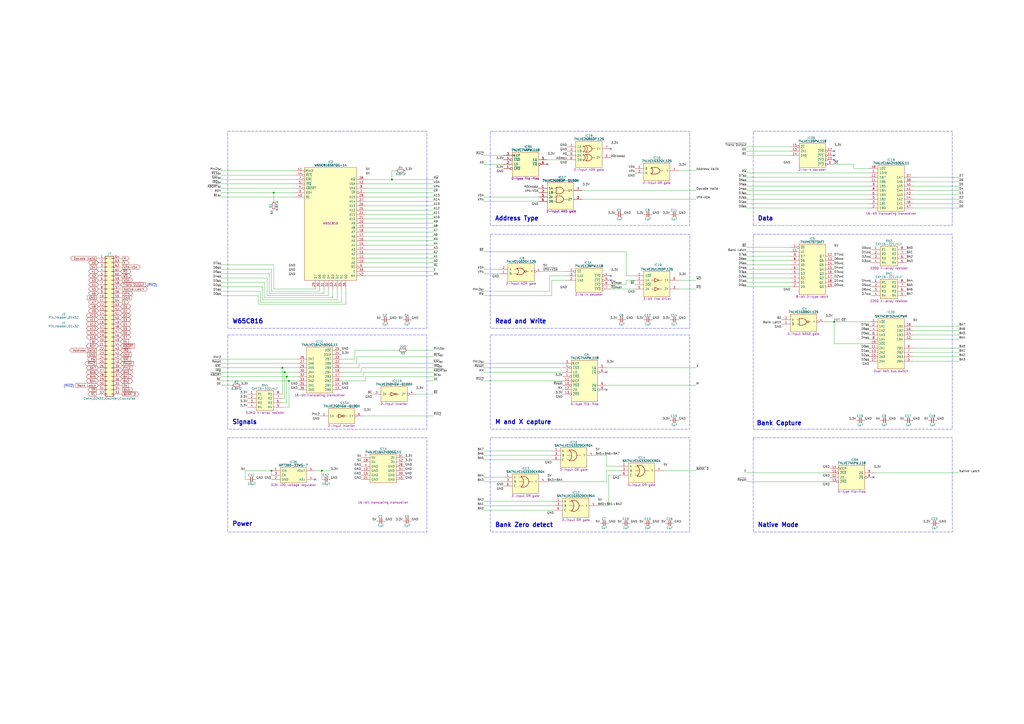
<source format=kicad_sch>
(kicad_sch (version 20231120) (generator "eeschema") (generator_version "8.0")
  (paper "A2")
  (title_block (title "HCP65 W65C816 Breakout") (date "2024-05-11") (rev "V2"))
  (junction (at 167.64 220.98))
  (junction (at 227.33 104.14))
  (junction (at 157.48 273.05))
  (junction (at 163.83 213.36))
  (junction (at 158.75 111.76))
  (junction (at 186.69 273.05))
  (junction (at 165.1 215.9))
  (junction (at 166.37 218.44))
  (junction (at 483.87 186.69))
  (no_connect (at 354.33 160.02))
  (no_connect (at 182.88 278.13))
  (no_connect (at 317.5 95.25))
  (no_connect (at 351.79 215.9))
  (no_connect (at 483.87 90.17))
  (no_connect (at 506.73 276.86))
  (no_connect (at 483.87 92.71))
  (no_connect (at 354.33 162.56))
  (no_connect (at 483.87 87.63))
  (no_connect (at 354.33 86.36))
  (no_connect (at 351.79 226.06))
  (wire (pts (xy 251.46 119.38) (xy 212.09 119.38)))
  (wire (pts (xy 363.22 162.56) (xy 368.3 162.56)))
  (wire (pts (xy 205.74 208.28) (xy 198.12 208.28)))
  (wire (pts (xy 251.46 154.94) (xy 212.09 154.94)))
  (wire (pts (xy 280.67 90.17) (xy 292.1 90.17)))
  (wire (pts (xy 185.42 168.91) (xy 157.48 168.91)))
  (wire (pts (xy 158.75 111.76) (xy 158.75 116.84)))
  (wire (pts (xy 182.88 273.05) (xy 186.69 273.05)))
  (wire (pts (xy 195.58 173.99) (xy 152.4 173.99)))
  (wire (pts (xy 128.27 213.36) (xy 163.83 213.36)))
  (wire (pts (xy 328.93 160.02) (xy 318.77 160.02)))
  (wire (pts (xy 166.37 218.44) (xy 172.72 218.44)))
  (wire (pts (xy 55.88 228.6) (xy 57.15 228.6)))
  (wire (pts (xy 403.86 162.56) (xy 393.7 162.56)))
  (wire (pts (xy 55.88 203.2) (xy 57.15 203.2)))
  (wire (pts (xy 280.67 114.3) (xy 312.42 114.3)))
  (wire (pts (xy 353.06 275.59) (xy 353.06 293.37)))
  (wire (pts (xy 433.07 120.65) (xy 504.19 120.65)))
  (wire (pts (xy 187.96 170.18) (xy 156.21 170.18)))
  (wire (pts (xy 251.46 121.92) (xy 212.09 121.92)))
  (wire (pts (xy 433.07 163.83) (xy 458.47 163.83)))
  (wire (pts (xy 280.67 156.21) (xy 289.56 156.21)))
  (wire (pts (xy 71.12 228.6) (xy 69.85 228.6)))
  (wire (pts (xy 187.96 167.64) (xy 187.96 170.18)))
  (wire (pts (xy 209.55 213.36) (xy 209.55 215.9)))
  (wire (pts (xy 251.46 144.78) (xy 212.09 144.78)))
  (wire (pts (xy 483.87 199.39) (xy 483.87 186.69)))
  (wire (pts (xy 403.86 99.06) (xy 393.7 99.06)))
  (wire (pts (xy 556.26 191.77) (xy 529.59 191.77)))
  (wire (pts (xy 167.64 220.98) (xy 172.72 220.98)))
  (wire (pts (xy 186.69 278.13) (xy 186.69 273.05)))
  (wire (pts (xy 55.88 226.06) (xy 57.15 226.06)))
  (wire (pts (xy 71.12 172.72) (xy 69.85 172.72)))
  (wire (pts (xy 403.86 273.05) (xy 384.81 273.05)))
  (wire (pts (xy 280.67 116.84) (xy 312.42 116.84)))
  (wire (pts (xy 495.3 95.25) (xy 483.87 95.25)))
  (wire (pts (xy 504.19 199.39) (xy 483.87 199.39)))
  (wire (pts (xy 207.01 207.01) (xy 251.46 207.01)))
  (wire (pts (xy 351.79 270.51) (xy 359.41 270.51)))
  (wire (pts (xy 556.26 209.55) (xy 529.59 209.55)))
  (wire (pts (xy 251.46 104.14) (xy 227.33 104.14)))
  (wire (pts (xy 163.83 236.22) (xy 167.64 236.22)))
  (wire (pts (xy 280.67 158.75) (xy 289.56 158.75)))
  (wire (pts (xy 433.07 100.33) (xy 504.19 100.33)))
  (wire (pts (xy 71.12 170.18) (xy 69.85 170.18)))
  (wire (pts (xy 433.07 279.4) (xy 481.33 279.4)))
  (wire (pts (xy 251.46 106.68) (xy 212.09 106.68)))
  (wire (pts (xy 55.88 172.72) (xy 57.15 172.72)))
  (wire (pts (xy 157.48 168.91) (xy 157.48 156.21)))
  (wire (pts (xy 251.46 157.48) (xy 212.09 157.48)))
  (wire (pts (xy 158.75 111.76) (xy 171.45 111.76)))
  (wire (pts (xy 55.88 210.82) (xy 57.15 210.82)))
  (wire (pts (xy 556.26 102.87) (xy 529.59 102.87)))
  (wire (pts (xy 251.46 139.7) (xy 212.09 139.7)))
  (wire (pts (xy 55.88 208.28) (xy 57.15 208.28)))
  (wire (pts (xy 151.13 168.91) (xy 151.13 175.26)))
  (wire (pts (xy 433.07 274.32) (xy 481.33 274.32)))
  (wire (pts (xy 208.28 213.36) (xy 198.12 213.36)))
  (wire (pts (xy 363.22 146.05) (xy 363.22 160.02)))
  (wire (pts (xy 128.27 223.52) (xy 134.62 223.52)))
  (wire (pts (xy 190.5 171.45) (xy 190.5 167.64)))
  (wire (pts (xy 128.27 114.3) (xy 171.45 114.3)))
  (wire (pts (xy 359.41 273.05) (xy 351.79 273.05)))
  (wire (pts (xy 251.46 114.3) (xy 212.09 114.3)))
  (wire (pts (xy 556.26 201.93) (xy 529.59 201.93)))
  (wire (pts (xy 156.21 170.18) (xy 156.21 158.75)))
  (wire (pts (xy 154.94 171.45) (xy 190.5 171.45)))
  (wire (pts (xy 280.67 171.45) (xy 320.04 171.45)))
  (wire (pts (xy 128.27 220.98) (xy 167.64 220.98)))
  (wire (pts (xy 317.5 92.71) (xy 328.93 92.71)))
  (wire (pts (xy 251.46 241.3) (xy 210.82 241.3)))
  (wire (pts (xy 354.33 167.64) (xy 368.3 167.64)))
  (wire (pts (xy 128.27 106.68) (xy 171.45 106.68)))
  (wire (pts (xy 128.27 99.06) (xy 171.45 99.06)))
  (wire (pts (xy 55.88 154.94) (xy 57.15 154.94)))
  (wire (pts (xy 433.07 156.21) (xy 458.47 156.21)))
  (wire (pts (xy 128.27 101.6) (xy 171.45 101.6)))
  (wire (pts (xy 403.86 213.36) (xy 351.79 213.36)))
  (wire (pts (xy 353.06 275.59) (xy 359.41 275.59)))
  (wire (pts (xy 165.1 231.14) (xy 165.1 215.9)))
  (wire (pts (xy 433.07 90.17) (xy 458.47 90.17)))
  (wire (pts (xy 251.46 132.08) (xy 212.09 132.08)))
  (wire (pts (xy 128.27 111.76) (xy 158.75 111.76)))
  (wire (pts (xy 363.22 165.1) (xy 363.22 162.56)))
  (wire (pts (xy 320.04 162.56) (xy 320.04 171.45)))
  (wire (pts (xy 251.46 215.9) (xy 210.82 215.9)))
  (wire (pts (xy 556.26 105.41) (xy 529.59 105.41)))
  (wire (pts (xy 495.3 97.79) (xy 495.3 95.25)))
  (wire (pts (xy 142.24 273.05) (xy 142.24 278.13)))
  (wire (pts (xy 280.67 210.82) (xy 326.39 210.82)))
  (wire (pts (xy 195.58 167.64) (xy 195.58 173.99)))
  (wire (pts (xy 433.07 110.49) (xy 504.19 110.49)))
  (wire (pts (xy 280.67 213.36) (xy 326.39 213.36)))
  (wire (pts (xy 251.46 147.32) (xy 212.09 147.32)))
  (wire (pts (xy 163.83 213.36) (xy 172.72 213.36)))
  (wire (pts (xy 151.13 175.26) (xy 198.12 175.26)))
  (wire (pts (xy 231.14 203.2) (xy 205.74 203.2)))
  (wire (pts (xy 71.12 223.52) (xy 69.85 223.52)))
  (wire (pts (xy 363.22 160.02) (xy 368.3 160.02)))
  (wire (pts (xy 163.83 233.68) (xy 166.37 233.68)))
  (wire (pts (xy 556.26 207.01) (xy 529.59 207.01)))
  (wire (pts (xy 163.83 213.36) (xy 163.83 228.6)))
  (wire (pts (xy 251.46 127) (xy 212.09 127)))
  (wire (pts (xy 128.27 104.14) (xy 171.45 104.14)))
  (wire (pts (xy 351.79 264.16) (xy 351.79 270.51)))
  (wire (pts (xy 280.67 261.62) (xy 320.04 261.62)))
  (wire (pts (xy 157.48 156.21) (xy 128.27 156.21)))
  (wire (pts (xy 128.27 109.22) (xy 171.45 109.22)))
  (wire (pts (xy 251.46 210.82) (xy 208.28 210.82)))
  (wire (pts (xy 433.07 87.63) (xy 458.47 87.63)))
  (wire (pts (xy 280.67 266.7) (xy 320.04 266.7)))
  (wire (pts (xy 280.67 295.91) (xy 321.31 295.91)))
  (wire (pts (xy 433.07 151.13) (xy 458.47 151.13)))
  (wire (pts (xy 433.07 166.37) (xy 458.47 166.37)))
  (wire (pts (xy 71.12 226.06) (xy 69.85 226.06)))
  (wire (pts (xy 156.21 158.75) (xy 128.27 158.75)))
  (wire (pts (xy 227.33 99.06) (xy 227.33 104.14)))
  (wire (pts (xy 200.66 167.64) (xy 200.66 176.53)))
  (wire (pts (xy 71.12 154.94) (xy 69.85 154.94)))
  (wire (pts (xy 251.46 124.46) (xy 212.09 124.46)))
  (wire (pts (xy 433.07 115.57) (xy 504.19 115.57)))
  (wire (pts (xy 351.79 273.05) (xy 351.79 279.4)))
  (wire (pts (xy 433.07 102.87) (xy 504.19 102.87)))
  (wire (pts (xy 251.46 149.86) (xy 212.09 149.86)))
  (wire (pts (xy 153.67 163.83) (xy 128.27 163.83)))
  (wire (pts (xy 345.44 264.16) (xy 351.79 264.16)))
  (wire (pts (xy 128.27 168.91) (xy 151.13 168.91)))
  (wire (pts (xy 128.27 208.28) (xy 172.72 208.28)))
  (wire (pts (xy 193.04 172.72) (xy 153.67 172.72)))
  (wire (pts (xy 142.24 278.13) (xy 143.51 278.13)))
  (wire (pts (xy 403.86 223.52) (xy 351.79 223.52)))
  (wire (pts (xy 280.67 95.25) (xy 292.1 95.25)))
  (wire (pts (xy 207.01 210.82) (xy 198.12 210.82)))
  (wire (pts (xy 328.93 162.56) (xy 320.04 162.56)))
  (wire (pts (xy 251.46 116.84) (xy 212.09 116.84)))
  (wire (pts (xy 433.07 85.09) (xy 458.47 85.09)))
  (wire (pts (xy 556.26 194.31) (xy 529.59 194.31)))
  (wire (pts (xy 318.77 160.02) (xy 318.77 168.91)))
  (wire (pts (xy 149.86 176.53) (xy 149.86 171.45)))
  (wire (pts (xy 198.12 175.26) (xy 198.12 167.64)))
  (wire (pts (xy 209.55 215.9) (xy 198.12 215.9)))
  (wire (pts (xy 556.26 274.32) (xy 506.73 274.32)))
  (wire (pts (xy 433.07 105.41) (xy 504.19 105.41)))
  (wire (pts (xy 280.67 264.16) (xy 320.04 264.16)))
  (wire (pts (xy 163.83 231.14) (xy 165.1 231.14)))
  (wire (pts (xy 556.26 113.03) (xy 529.59 113.03)))
  (wire (pts (xy 55.88 205.74) (xy 57.15 205.74)))
  (wire (pts (xy 556.26 118.11) (xy 529.59 118.11)))
  (wire (pts (xy 353.06 293.37) (xy 346.71 293.37)))
  (wire (pts (xy 280.67 168.91) (xy 318.77 168.91)))
  (wire (pts (xy 55.88 149.86) (xy 57.15 149.86)))
  (wire (pts (xy 165.1 215.9) (xy 172.72 215.9)))
  (wire (pts (xy 200.66 176.53) (xy 149.86 176.53)))
  (wire (pts (xy 227.33 104.14) (xy 212.09 104.14)))
  (wire (pts (xy 280.67 146.05) (xy 363.22 146.05)))
  (wire (pts (xy 212.09 220.98) (xy 198.12 220.98)))
  (wire (pts (xy 495.3 97.79) (xy 504.19 97.79)))
  (wire (pts (xy 157.48 273.05) (xy 157.48 275.59)))
  (wire (pts (xy 433.07 113.03) (xy 504.19 113.03)))
  (wire (pts (xy 556.26 204.47) (xy 529.59 204.47)))
  (wire (pts (xy 251.46 220.98) (xy 247.65 220.98)))
  (wire (pts (xy 251.46 111.76) (xy 212.09 111.76)))
  (wire (pts (xy 71.12 162.56) (xy 69.85 162.56)))
  (wire (pts (xy 280.67 215.9) (xy 326.39 215.9)))
  (wire (pts (xy 212.09 218.44) (xy 212.09 220.98)))
  (wire (pts (xy 556.26 120.65) (xy 529.59 120.65)))
  (wire (pts (xy 280.67 293.37) (xy 321.31 293.37)))
  (wire (pts (xy 185.42 167.64) (xy 185.42 168.91)))
  (wire (pts (xy 317.5 279.4) (xy 351.79 279.4)))
  (wire (pts (xy 403.86 167.64) (xy 393.7 167.64)))
  (wire (pts (xy 207.01 207.01) (xy 207.01 210.82)))
  (wire (pts (xy 433.07 143.51) (xy 458.47 143.51)))
  (wire (pts (xy 71.12 167.64) (xy 69.85 167.64)))
  (wire (pts (xy 556.26 189.23) (xy 529.59 189.23)))
  (wire (pts (xy 483.87 186.69) (xy 478.79 186.69)))
  (wire (pts (xy 71.12 149.86) (xy 69.85 149.86)))
  (wire (pts (xy 193.04 167.64) (xy 193.04 172.72)))
  (wire (pts (xy 556.26 115.57) (xy 529.59 115.57)))
  (wire (pts (xy 280.67 276.86) (xy 292.1 276.86)))
  (wire (pts (xy 251.46 218.44) (xy 212.09 218.44)))
  (wire (pts (xy 433.07 146.05) (xy 458.47 146.05)))
  (wire (pts (xy 166.37 218.44) (xy 166.37 233.68)))
  (wire (pts (xy 251.46 152.4) (xy 212.09 152.4)))
  (wire (pts (xy 158.75 167.64) (xy 158.75 153.67)))
  (wire (pts (xy 152.4 173.99) (xy 152.4 166.37)))
  (wire (pts (xy 433.07 158.75) (xy 458.47 158.75)))
  (wire (pts (xy 433.07 153.67) (xy 458.47 153.67)))
  (wire (pts (xy 433.07 148.59) (xy 458.47 148.59)))
  (wire (pts (xy 71.12 152.4) (xy 69.85 152.4)))
  (wire (pts (xy 556.26 107.95) (xy 529.59 107.95)))
  (wire (pts (xy 210.82 215.9) (xy 210.82 218.44)))
  (wire (pts (xy 251.46 213.36) (xy 209.55 213.36)))
  (wire (pts (xy 128.27 153.67) (xy 158.75 153.67)))
  (wire (pts (xy 251.46 129.54) (xy 212.09 129.54)))
  (wire (pts (xy 433.07 118.11) (xy 504.19 118.11)))
  (wire (pts (xy 433.07 161.29) (xy 458.47 161.29)))
  (wire (pts (xy 483.87 186.69) (xy 504.19 186.69)))
  (wire (pts (xy 149.86 171.45) (xy 128.27 171.45)))
  (wire (pts (xy 403.86 115.57) (xy 337.82 115.57)))
  (wire (pts (xy 229.87 99.06) (xy 227.33 99.06)))
  (wire (pts (xy 210.82 218.44) (xy 198.12 218.44)))
  (wire (pts (xy 142.24 273.05) (xy 157.48 273.05)))
  (wire (pts (xy 205.74 203.2) (xy 205.74 208.28)))
  (wire (pts (xy 128.27 161.29) (xy 154.94 161.29)))
  (wire (pts (xy 556.26 196.85) (xy 529.59 196.85)))
  (wire (pts (xy 280.67 290.83) (xy 321.31 290.83)))
  (wire (pts (xy 251.46 142.24) (xy 212.09 142.24)))
  (wire (pts (xy 251.46 160.02) (xy 212.09 160.02)))
  (wire (pts (xy 208.28 210.82) (xy 208.28 213.36)))
  (wire (pts (xy 280.67 279.4) (xy 292.1 279.4)))
  (wire (pts (xy 251.46 134.62) (xy 212.09 134.62)))
  (wire (pts (xy 128.27 210.82) (xy 172.72 210.82)))
  (wire (pts (xy 556.26 110.49) (xy 529.59 110.49)))
  (wire (pts (xy 128.27 218.44) (xy 166.37 218.44)))
  (wire (pts (xy 153.67 172.72) (xy 153.67 163.83)))
  (wire (pts (xy 251.46 137.16) (xy 212.09 137.16)))
  (wire (pts (xy 433.07 107.95) (xy 504.19 107.95)))
  (wire (pts (xy 403.86 110.49) (xy 337.82 110.49)))
  (wire (pts (xy 182.88 167.64) (xy 158.75 167.64)))
  (wire (pts (xy 128.27 215.9) (xy 165.1 215.9)))
  (wire (pts (xy 354.33 165.1) (xy 363.22 165.1)))
  (wire (pts (xy 236.22 203.2) (xy 251.46 203.2)))
  (wire (pts (xy 280.67 220.98) (xy 326.39 220.98)))
  (wire (pts (xy 152.4 166.37) (xy 128.27 166.37)))
  (wire (pts (xy 251.46 109.22) (xy 212.09 109.22)))
  (wire (pts (xy 167.64 236.22) (xy 167.64 220.98)))
  (wire (pts (xy 71.12 175.26) (xy 69.85 175.26)))
  (wire (pts (xy 154.94 161.29) (xy 154.94 171.45)))
  (wire (pts (xy 314.96 157.48) (xy 328.93 157.48)))
  (wire (pts (xy 251.46 228.6) (xy 241.3 228.6)))
  (wire (pts (xy 186.69 273.05) (xy 191.77 273.05)))
  (rectangle (start 284.48 135.89) (end 400.05 190.5) (stroke (width 0) (type dash)))
  (rectangle (start 284.48 254) (end 400.05 308.61) (stroke (width 0) (type dash)))
  (rectangle (start 132.08 194.31) (end 247.65 248.92) (stroke (width 0) (type dash)))
  (rectangle (start 284.48 194.31) (end 400.05 248.92) (stroke (width 0) (type dash)))
  (rectangle (start 132.08 76.2) (end 247.65 190.5) (stroke (width 0) (type dash)))
  (rectangle (start 132.08 254) (end 247.65 308.61) (stroke (width 0) (type dash)))
  (rectangle (start 436.88 135.89) (end 552.45 248.92) (stroke (width 0) (type dash)))
  (rectangle (start 436.88 76.2) (end 552.45 130.81) (stroke (width 0) (type dash)))
  (rectangle (start 436.88 254) (end 552.45 308.61) (stroke (width 0) (type dash)))
  (rectangle (start 284.48 76.2) (end 400.05 130.81) (stroke (width 0) (type dash)))
  (text "(~{PHI2})" (at 36.83 224.79 0) (effects (font (size 1.27 1.27)) (justify left bottom)))
  (text "Power" (at 134.62 305.435 0) (effects (font (size 2.54 2.54) (thickness 0.508) (bold yes)) (justify left bottom)))
  (text "Address Type" (at 287.02 128.27 0) (effects (font (size 2.54 2.54) (thickness 0.508) (bold yes)) (justify left bottom)))
  (text "Bank Capture" (at 438.785 247.015 0) (effects (font (size 2.54 2.54) (thickness 0.508) (bold yes)) (justify left bottom)))
  (text "Signals" (at 134.62 246.38 0) (effects (font (size 2.54 2.54) (thickness 0.508) (bold yes)) (justify left bottom)))
  (text "Read and Write" (at 287.02 187.96 0) (effects (font (size 2.54 2.54) (thickness 0.508) (bold yes)) (justify left bottom)))
  (text "Data" (at 439.42 128.27 0) (effects (font (size 2.54 2.54) (thickness 0.508) (bold yes)) (justify left bottom)))
  (text "(~{PHI2})" (at 85.09 166.37 0) (effects (font (size 1.27 1.27)) (justify left bottom)))
  (text "Bank Zero detect" (at 287.02 306.07 0) (effects (font (size 2.54 2.54) (thickness 0.508) (bold yes)) (justify left bottom)))
  (text "Native Mode" (at 439.42 306.07 0) (effects (font (size 2.54 2.54) (thickness 0.508) (bold yes)) (justify left bottom)))
  (text "W65C816" (at 134.62 187.96 0) (effects (font (size 2.54 2.54) (thickness 0.508) (bold yes)) (justify left bottom)))
  (text "M and X capture" (at 287.02 246.38 0) (effects (font (size 2.54 2.54) (thickness 0.508) (bold yes)) (justify left bottom)))
  (label "D1_{65}" (at 128.27 168.91 180))
  (label "5V" (at 209.55 267.97 180))
  (label "BA2" (at 525.78 149.86 0))
  (label "3.3V" (at 354.33 157.48 0))
  (label "BA6" (at 556.26 191.77 0))
  (label "BA0" (at 556.26 201.93 0))
  (label "A0" (at 251.46 152.4 0))
  (label "D6_{VHC}" (at 483.87 151.13 0))
  (label "5V" (at 317.5 276.86 0))
  (label "~{IRQ}" (at 128.27 215.9 180))
  (label "~{IRQ}_{5V}" (at 128.27 106.68 180))
  (label "R~{W}" (at 280.67 171.45 180))
  (label "5V" (at 158.75 121.92 270))
  (label "D6" (at 556.26 105.41 0))
  (label "5V" (at 209.55 265.43 180))
  (label "~{Reset}" (at 280.67 213.36 180))
  (label "GND" (at 198.12 226.06 0))
  (label "GND" (at 312.42 119.38 180))
  (label "FET ~{OE}" (at 483.87 186.69 0))
  (label "~{IRQ}_{5V}" (at 251.46 213.36 0))
  (label "~{NMI}" (at 128.27 213.36 180))
  (label "GND" (at 378.46 124.46 0))
  (label "BA2" (at 280.67 290.83 180))
  (label "~{BE}" (at 251.46 228.6 0))
  (label "Bank Latch" (at 433.07 146.05 180))
  (label "D4_{VHC}" (at 505.46 163.83 180))
  (label "Native Latch" (at 556.26 274.32 0))
  (label "BA0" (at 525.78 144.78 0))
  (label "GND" (at 515.62 243.84 0))
  (label "D6_{65}" (at 504.19 191.77 180))
  (label "A0_{CHANGE}" (at 312.42 109.22 180))
  (label "5V" (at 347.98 303.53 180))
  (label "~{WD}" (at 403.86 162.56 0))
  (label "GND" (at 393.7 243.84 0))
  (label "GND" (at 171.45 157.48 180))
  (label "D6_{65}" (at 433.07 151.13 180))
  (label "PHI2_{5V}" (at 280.67 168.91 180))
  (label "VPA" (at 251.46 109.22 0))
  (label "GND" (at 191.77 278.13 0))
  (label "D2_{65}" (at 128.27 166.37 180))
  (label "GND" (at 378.46 185.42 0))
  (label "BA1" (at 556.26 204.47 0))
  (label "~{PHI2}" (at 251.46 241.3 0))
  (label "GND" (at 209.55 270.51 180))
  (label "D1" (at 556.26 118.11 0))
  (label "GND" (at 328.93 85.09 180))
  (label "BA6" (at 280.67 264.16 180))
  (label "~{VP}" (at 251.46 111.76 0))
  (label "GND" (at 157.48 278.13 180))
  (label "D0_{65}" (at 433.07 120.65 180))
  (label "GND" (at 172.72 226.06 180))
  (label "D5_{65}" (at 433.07 153.67 180))
  (label "D0_{65}" (at 433.07 166.37 180))
  (label "D3" (at 556.26 113.03 0))
  (label "GND" (at 501.65 243.84 0))
  (label "~{ML}" (at 251.46 154.94 0))
  (label "GND" (at 544.83 303.53 0))
  (label "BA5" (at 556.26 194.31 0))
  (label "PHI2_{5V}" (at 280.67 210.82 180))
  (label "3.3V" (at 351.79 210.82 0))
  (label "GND" (at 328.93 95.25 180))
  (label "D7_{65}" (at 433.07 102.87 180))
  (label "3.3V" (at 506.73 271.78 0))
  (label "5V" (at 360.68 303.53 180))
  (label "BA6" (at 525.78 168.91 0))
  (label "3.3V" (at 143.51 231.14 180))
  (label "D4_{VHC}" (at 483.87 156.21 0))
  (label "D4_{65}" (at 433.07 156.21 180))
  (label "D1_{65}" (at 433.07 118.11 180))
  (label "GND" (at 238.76 302.26 0))
  (label "A0" (at 328.93 90.17 180))
  (label "~{ABORT}_{5V}" (at 128.27 109.22 180))
  (label "5V" (at 529.59 186.69 0))
  (label "3.3V" (at 241.3 226.06 0))
  (label "3.3V" (at 483.87 85.09 0))
  (label "GND" (at 198.12 223.52 0))
  (label "3.3V" (at 233.68 302.26 180))
  (label "D0_{VHC}" (at 505.46 144.78 180))
  (label "GND" (at 365.76 303.53 0))
  (label "X" (at 403.86 213.36 0))
  (label "GND" (at 363.22 185.42 0))
  (label "D6_{65}" (at 433.07 105.41 180))
  (label "D2_{VHC}" (at 505.46 149.86 180))
  (label "5V" (at 386.08 303.53 180))
  (label "D7_{VHC}" (at 483.87 148.59 0))
  (label "BA3" (at 525.78 152.4 0))
  (label "~{Reset}" (at 326.39 223.52 180))
  (label "5V" (at 346.71 290.83 0))
  (label "GND" (at 234.95 273.05 0))
  (label "D2_{VHC}" (at 483.87 161.29 0))
  (label "BA4" (at 556.26 196.85 0))
  (label "D6_{VHC}" (at 505.46 168.91 180))
  (label "A7" (at 251.46 134.62 0))
  (label "D5_{VHC}" (at 483.87 153.67 0))
  (label "BE" (at 453.39 185.42 180))
  (label "GND" (at 458.47 168.91 180))
  (label "GND" (at 171.45 160.02 180))
  (label "5V" (at 524.51 243.84 180))
  (label "RDY" (at 128.27 111.76 180))
  (label "A8" (at 251.46 132.08 0))
  (label "GND" (at 209.55 275.59 180))
  (label "BA7" (at 556.26 189.23 0))
  (label "D3_{VHC}" (at 505.46 152.4 180))
  (label "D1_{VHC}" (at 505.46 147.32 180))
  (label "5V" (at 142.24 273.05 180))
  (label "3.3V" (at 388.62 185.42 180))
  (label "MX" (at 251.46 160.02 0))
  (label "D0" (at 556.26 120.65 0))
  (label "D0_{65}" (at 504.19 201.93 180))
  (label "VPA" (at 368.3 100.33 180))
  (label "3.3V" (at 539.75 303.53 180))
  (label "3.3V" (at 317.5 90.17 0))
  (label "PHI2_{5V}" (at 128.27 99.06 180))
  (label "M" (at 403.86 223.52 0))
  (label "R~{W}" (at 433.07 100.33 180))
  (label "GND" (at 198.12 203.2 0))
  (label "D7_{VHC}" (at 505.46 171.45 180))
  (label "GND" (at 238.76 185.42 0))
  (label "GND" (at 292.1 284.48 180))
  (label "3.3V" (at 234.95 99.06 0))
  (label "GND" (at 209.55 278.13 180))
  (label "D3_{VHC}" (at 483.87 158.75 0))
  (label "5V" (at 510.54 243.84 180))
  (label "D0_{65}" (at 128.27 171.45 180))
  (label "VDA" (at 368.3 97.79 180))
  (label "5V" (at 483.87 143.51 0))
  (label "BE" (at 433.07 90.17 180))
  (label "D7_{65}" (at 433.07 148.59 180))
  (label "D7_{65}" (at 128.27 153.67 180))
  (label "GND" (at 368.3 170.18 180))
  (label "3.3V" (at 326.39 218.44 180))
  (label "GND" (at 185.42 243.84 180))
  (label "3.3V" (at 234.95 265.43 0))
  (label "A14" (at 251.46 116.84 0))
  (label "D4_{65}" (at 128.27 161.29 180))
  (label "BA4" (at 280.67 276.86 180))
  (label "GND" (at 393.7 124.46 0))
  (label "BA3+BA4" (at 317.5 279.4 0))
  (label "3.3V" (at 393.7 160.02 0))
  (label "D6_{65}" (at 128.27 156.21 180))
  (label "D4" (at 556.26 110.49 0))
  (label "R~{W}" (at 251.46 104.14 0))
  (label "5V" (at 212.09 101.6 0))
  (label "3.3V" (at 191.77 273.05 0))
  (label "D4_{65}" (at 433.07 110.49 180))
  (label "~{BE}" (at 368.3 165.1 180))
  (label "~{NMI}_{5V}" (at 128.27 104.14 180))
  (label "~{PHI2}" (at 280.67 220.98 180))
  (label "BE" (at 215.9 228.6 180))
  (label "D2_{65}" (at 504.19 207.01 180))
  (label "BA5" (at 525.78 166.37 0))
  (label "A1" (at 251.46 149.86 0))
  (label "~{PHI2}" (at 280.67 90.17 180))
  (label "3.3V" (at 388.62 124.46 180))
  (label "~{RD}_{PART}" (at 354.33 167.64 0))
  (label "GND" (at 321.31 298.45 180))
  (label "BA1" (at 525.78 147.32 0))
  (label "5V" (at 314.96 154.94 0))
  (label "GND" (at 209.55 273.05 180))
  (label "3.3V" (at 326.39 228.6 180))
  (label "GND" (at 292.1 100.33 180))
  (label "D0_{VHC}" (at 483.87 166.37 0))
  (label "BA2" (at 556.26 207.01 0))
  (label "VPA" (at 280.67 116.84 180))
  (label "E" (at 251.46 157.48 0))
  (label "GND" (at 292.1 281.94 180))
  (label "GND" (at 481.33 271.78 180))
  (label "~{ABORT}" (at 128.27 218.44 180))
  (label "3.3V" (at 358.14 185.42 180))
  (label "VDA" (at 251.46 106.68 0))
  (label "D2_{65}" (at 433.07 161.29 180))
  (label "Address Valid" (at 403.86 99.06 0))
  (label "~{BE}" (at 433.07 143.51 180))
  (label "~{ABORT}_{5V}" (at 251.46 215.9 0))
  (label "BA4" (at 525.78 163.83 0))
  (label "A0_{CHANGE}" (at 354.33 91.44 0))
  (label "PHI2" (at 128.27 208.28 180))
  (label "MX" (at 326.39 226.06 180))
  (label "GND" (at 234.95 278.13 0))
  (label "GND" (at 223.52 302.26 0))
  (label "GND" (at 504.19 212.09 180))
  (label "GND" (at 328.93 87.63 180))
  (label "D3_{65}" (at 128.27 163.83 180))
  (label "3.3V" (at 373.38 124.46 180))
  (label "A13" (at 251.46 119.38 0))
  (label "GND" (at 215.9 231.14 180))
  (label "D3_{65}" (at 504.19 209.55 180))
  (label "GND" (at 543.56 243.84 0))
  (label "5V" (at 233.68 185.42 180))
  (label "A4" (at 251.46 142.24 0))
  (label "BA3" (at 280.67 279.4 180))
  (label "GND" (at 172.72 223.52 180))
  (label "BA0+BA1+BA2" (at 346.71 293.37 0))
  (label "GND" (at 368.3 102.87 180))
  (label "3.3V" (at 356.87 124.46 180))
  (label "GND" (at 378.46 303.53 0))
  (label "5V" (at 373.38 303.53 180))
  (label "3.3V" (at 143.51 228.6 180))
  (label "D7" (at 556.26 102.87 0))
  (label "5V" (at 212.09 99.06 0))
  (label "MX" (at 280.67 215.9 180))
  (label "GND" (at 481.33 276.86 180))
  (label "A15" (at 251.46 114.3 0))
  (label "D2" (at 556.26 115.57 0))
  (label "~{BE}" (at 280.67 146.05 180))
  (label "GND" (at 481.33 281.94 180))
  (label "BA5+BA6+BA7" (at 345.44 264.16 0))
  (label "GND" (at 458.47 95.25 180))
  (label "3.3V" (at 143.51 233.68 180))
  (label "GND" (at 226.06 185.42 0))
  (label "3.3V" (at 210.82 238.76 0))
  (label "~{RES}_{5V}" (at 128.27 101.6 180))
  (label "3.3V" (at 198.12 205.74 0))
  (label "~{RES}_{5V}" (at 251.46 207.01 0))
  (label "BA7" (at 280.67 261.62 180))
  (label "VPA·VDA" (at 403.86 115.57 0))
  (label "BA3" (at 556.26 209.55 0))
  (label "D1_{VHC}" (at 483.87 163.83 0))
  (label "3.3V" (at 354.33 83.82 0))
  (label "GND" (at 171.45 154.94 180))
  (label "3.3V" (at 143.51 236.22 180))
  (label "A0" (at 280.67 95.25 180))
  (label "3.3V" (at 292.1 97.79 180))
  (label "D5_{VHC}" (at 505.46 166.37 180))
  (label "E" (at 433.07 274.32 180))
  (label "VDA" (at 280.67 156.21 180))
  (label "GND" (at 353.06 303.53 0))
  (label "VDA" (at 280.67 114.3 180))
  (label "VPA" (at 280.67 158.75 180))
  (label "DE" (at 128.27 223.52 180))
  (label "D7_{65}" (at 504.19 189.23 180))
  (label "D1_{65}" (at 504.19 204.47 180))
  (label "PHI2_{5V}" (at 251.46 203.2 0))
  (label "GND" (at 529.59 243.84 0))
  (label "GND" (at 359.41 278.13 180))
  (label "3.3V" (at 373.38 185.42 180))
  (label "GND" (at 393.7 185.42 0))
  (label "3.3V" (at 292.1 92.71 180))
  (label "3.3V" (at 234.95 267.97 0))
  (label "3.3V" (at 388.62 243.84 180))
  (label "BA1" (at 280.67 293.37 180))
  (label "GND" (at 328.93 167.64 180))
  (label "3.3V" (at 393.7 96.52 0))
  (label "A3" (at 251.46 144.78 0))
  (label "5V" (at 220.98 185.42 180))
  (label "D3_{65}" (at 433.07 158.75 180))
  (label "BE" (at 128.27 220.98 180))
  (label "BE_{5V}" (at 128.27 114.3 180))
  (label "D5_{65}" (at 433.07 107.95 180))
  (label "D5_{65}" (at 504.19 194.31 180))
  (label "PHI2" (at 185.42 241.3 180))
  (label "~{VPA+VDA}" (at 314.96 157.48 0))
  (label "~{WD}_{PART}" (at 354.33 165.1 0))
  (label "~{Reset}" (at 433.07 279.4 180))
  (label "DE" (at 433.07 87.63 180))
  (label "~{Trans Output}" (at 433.07 85.09 180))
  (label "5V" (at 218.44 302.26 180))
  (label "GND" (at 391.16 303.53 0))
  (label "A2" (at 251.46 147.32 0))
  (label "BA0" (at 280.67 295.91 180))
  (label "A11" (at 251.46 124.46 0))
  (label "DE" (at 251.46 220.98 0))
  (label "GND" (at 320.04 269.24 180))
  (label "3.3V" (at 337.82 107.95 0))
  (label "Bank Latch" (at 453.39 187.96 180))
  (label "GND" (at 361.95 124.46 0))
  (label "3.3V" (at 139.7 223.52 0))
  (label "GND" (at 326.39 231.14 180))
  (label "D5" (at 556.26 107.95 0))
  (label "5V" (at 384.81 270.51 0))
  (label "D2_{65}" (at 433.07 115.57 180))
  (label "3.3V" (at 478.79 184.15 0))
  (label "GND" (at 289.56 161.29 180))
  (label "A5" (at 251.46 139.7 0))
  (label "A12" (at 251.46 121.92 0))
  (label "GND" (at 234.95 270.51 0))
  (label "5V" (at 538.48 243.84 180))
  (label "~{DE}" (at 483.87 95.25 0))
  (label "GND" (at 453.39 190.5 180))
  (label "A9" (at 251.46 129.54 0))
  (label "3.3V" (at 496.57 243.84 180))
  (label "GND" (at 234.95 275.59 0))
  (label "~{NMI}_{5V}" (at 251.46 210.82 0))
  (label "D5_{65}" (at 128.27 158.75 180))
  (label "VPA·VDA" (at 312.42 111.76 180))
  (label "BA5" (at 280.67 266.7 180))
  (label "A10" (at 251.46 127 0))
  (label "~{Reset}" (at 128.27 210.82 180))
  (label "~{BANK 0}" (at 403.86 273.05 0))
  (label "D1_{65}" (at 433.07 163.83 180))
  (label "BA7" (at 525.78 171.45 0))
  (label "A0_{PREV}" (at 328.93 92.71 180))
  (label "D4_{65}" (at 504.19 196.85 180))
  (label "~{RD}" (at 403.86 167.64 0))
  (label "GND" (at 148.59 278.13 0))
  (label "Opcode Valid" (at 403.86 110.49 0))
  (label "5V" (at 345.44 261.62 0))
  (label "D3_{65}" (at 433.07 113.03 180))
  (label "A6" (at 251.46 137.16 0))
  (label "BE_{5V}" (at 251.46 218.44 0))
  (global_label "D3" (shape tri_state) (at 69.85 185.42 0) (property "Intersheetrefs" "${INTERSHEET_REFS}" (effects (hide yes))))
  (global_label "E" (shape output) (at 71.12 175.26 0) (property "Intersheetrefs" "${INTERSHEET_REFS}" (effects (hide yes))))
  (global_label "A10" (shape tri_state) (at 57.15 182.88 180) (property "Intersheetrefs" "${INTERSHEET_REFS}" (effects (hide yes))))
  (global_label "A13" (shape tri_state) (at 57.15 190.5 180) (property "Intersheetrefs" "${INTERSHEET_REFS}" (effects (hide yes))))
  (global_label "5V" (shape passive) (at 55.88 154.94 180) (property "Intersheetrefs" "${INTERSHEET_REFS}" (effects (hide yes))))
  (global_label "D6" (shape tri_state) (at 69.85 193.04 0) (property "Intersheetrefs" "${INTERSHEET_REFS}" (effects (hide yes))))
  (global_label "D5" (shape tri_state) (at 69.85 190.5 0) (property "Intersheetrefs" "${INTERSHEET_REFS}" (effects (hide yes))))
  (global_label "VPA·VDA" (shape output) (at 71.12 154.94 0) (property "Intersheetrefs" "${INTERSHEET_REFS}" (effects (hide yes))))
  (global_label "A6" (shape tri_state) (at 57.15 170.18 180) (property "Intersheetrefs" "${INTERSHEET_REFS}" (effects (hide yes))))
  (global_label "BA3" (shape output) (at 71.12 226.06 0) (property "Intersheetrefs" "${INTERSHEET_REFS}" (effects (hide yes))))
  (global_label "Opcode Valid" (shape output) (at 55.88 149.86 180) (property "Intersheetrefs" "${INTERSHEET_REFS}" (effects (hide yes))))
  (global_label "DE" (shape input) (at 69.85 198.12 0) (property "Intersheetrefs" "${INTERSHEET_REFS}" (effects (hide yes))))
  (global_label "~{ABORT}" (shape input) (at 69.85 200.66 0) (property "Intersheetrefs" "${INTERSHEET_REFS}" (effects (hide yes))))
  (global_label "GND" (shape input) (at 69.85 205.74 0) (property "Intersheetrefs" "${INTERSHEET_REFS}" (effects (hide yes))))
  (global_label "Address Valid" (shape output) (at 55.88 203.2 180) (property "Intersheetrefs" "${INTERSHEET_REFS}" (effects (hide yes))))
  (global_label "A14" (shape tri_state) (at 57.15 193.04 180) (property "Intersheetrefs" "${INTERSHEET_REFS}" (effects (hide yes))))
  (global_label "BA1" (shape tri_state) (at 69.85 218.44 0) (property "Intersheetrefs" "${INTERSHEET_REFS}" (effects (hide yes))))
  (global_label "~{NMI}" (shape input) (at 69.85 208.28 0) (property "Intersheetrefs" "${INTERSHEET_REFS}" (effects (hide yes))))
  (global_label "M" (shape output) (at 71.12 149.86 0) (property "Intersheetrefs" "${INTERSHEET_REFS}" (effects (hide yes))))
  (global_label "GND" (shape passive) (at 55.88 205.74 180) (property "Intersheetrefs" "${INTERSHEET_REFS}" (effects (hide yes))))
  (global_label "BA2" (shape tri_state) (at 69.85 220.98 0) (property "Intersheetrefs" "${INTERSHEET_REFS}" (effects (hide yes))))
  (global_label "PHI2" (shape input) (at 69.85 213.36 0) (property "Intersheetrefs" "${INTERSHEET_REFS}" (effects (hide yes))))
  (global_label "A15" (shape tri_state) (at 57.15 195.58 180) (property "Intersheetrefs" "${INTERSHEET_REFS}" (effects (hide yes))))
  (global_label "A12" (shape tri_state) (at 57.15 187.96 180) (property "Intersheetrefs" "${INTERSHEET_REFS}" (effects (hide yes))))
  (global_label "~{VP}" (shape output) (at 55.88 226.06 180) (property "Intersheetrefs" "${INTERSHEET_REFS}" (effects (hide yes))))
  (global_label "BA5" (shape tri_state) (at 57.15 218.44 180) (property "Intersheetrefs" "${INTERSHEET_REFS}" (effects (hide yes))))
  (global_label "A8" (shape tri_state) (at 57.15 177.8 180) (property "Intersheetrefs" "${INTERSHEET_REFS}" (effects (hide yes))))
  (global_label "BA4" (shape tri_state) (at 57.15 220.98 180) (property "Intersheetrefs" "${INTERSHEET_REFS}" (effects (hide yes))))
  (global_label "BE" (shape input) (at 57.15 198.12 180) (property "Intersheetrefs" "${INTERSHEET_REFS}" (effects (hide yes))))
  (global_label "D4" (shape tri_state) (at 69.85 187.96 0) (property "Intersheetrefs" "${INTERSHEET_REFS}" (effects (hide yes))))
  (global_label "~{IRQ}" (shape input) (at 69.85 203.2 0) (property "Intersheetrefs" "${INTERSHEET_REFS}" (effects (hide yes))))
  (global_label "5V" (shape passive) (at 71.12 223.52 0) (property "Intersheetrefs" "${INTERSHEET_REFS}" (effects (hide yes))))
  (global_label "~{WD}" (shape tri_state) (at 69.85 160.02 0) (property "Intersheetrefs" "${INTERSHEET_REFS}" (effects (hide yes))))
  (global_label "RDY" (shape bidirectional) (at 57.15 200.66 180) (property "Intersheetrefs" "${INTERSHEET_REFS}" (effects (hide yes))))
  (global_label "Bank Latch" (shape input) (at 57.15 223.52 180) (property "Intersheetrefs" "${INTERSHEET_REFS}" (effects (hide yes))))
  (global_label "VPA" (shape output) (at 71.12 170.18 0) (property "Intersheetrefs" "${INTERSHEET_REFS}" (effects (hide yes))))
  (global_label "A0" (shape tri_state) (at 57.15 152.4 180) (property "Intersheetrefs" "${INTERSHEET_REFS}" (effects (hide yes))))
  (global_label "D1" (shape tri_state) (at 69.85 180.34 0) (property "Intersheetrefs" "${INTERSHEET_REFS}" (effects (hide yes))))
  (global_label "~{Reset}" (shape input) (at 69.85 210.82 0) (property "Intersheetrefs" "${INTERSHEET_REFS}" (effects (hide yes))))
  (global_label "BA0" (shape tri_state) (at 69.85 215.9 0) (property "Intersheetrefs" "${INTERSHEET_REFS}" (effects (hide yes))))
  (global_label "A7" (shape tri_state) (at 57.15 175.26 180) (property "Intersheetrefs" "${INTERSHEET_REFS}" (effects (hide yes))))
  (global_label "GND" (shape passive) (at 55.88 172.72 180) (property "Intersheetrefs" "${INTERSHEET_REFS}" (effects (hide yes))))
  (global_label "VDA" (shape output) (at 71.12 162.56 0) (property "Intersheetrefs" "${INTERSHEET_REFS}" (effects (hide yes))))
  (global_label "A2" (shape tri_state) (at 57.15 160.02 180) (property "Intersheetrefs" "${INTERSHEET_REFS}" (effects (hide yes))))
  (global_label "~{BANK 0}" (shape output) (at 71.12 228.6 0) (property "Intersheetrefs" "${INTERSHEET_REFS}" (effects (hide yes))))
  (global_label "GND" (shape passive) (at 71.12 172.72 0) (property "Intersheetrefs" "${INTERSHEET_REFS}" (effects (hide yes))))
  (global_label "BA7" (shape tri_state) (at 57.15 213.36 180) (property "Intersheetrefs" "${INTERSHEET_REFS}" (effects (hide yes))))
  (global_label "D7" (shape tri_state) (at 69.85 195.58 0) (property "Intersheetrefs" "${INTERSHEET_REFS}" (effects (hide yes))))
  (global_label "~{ML}" (shape output) (at 55.88 228.6 180) (property "Intersheetrefs" "${INTERSHEET_REFS}" (effects (hide yes))))
  (global_label "~{RD}" (shape tri_state) (at 69.85 157.48 0) (property "Intersheetrefs" "${INTERSHEET_REFS}" (effects (hide yes))))
  (global_label "X" (shape output) (at 71.12 152.4 0) (property "Intersheetrefs" "${INTERSHEET_REFS}" (effects (hide yes))))
  (global_label "D0" (shape tri_state) (at 69.85 177.8 0) (property "Intersheetrefs" "${INTERSHEET_REFS}" (effects (hide yes))))
  (global_label "D2" (shape tri_state) (at 69.85 182.88 0) (property "Intersheetrefs" "${INTERSHEET_REFS}" (effects (hide yes))))
  (global_label "Native Latch" (shape output) (at 71.12 167.64 0) (property "Intersheetrefs" "${INTERSHEET_REFS}" (effects (hide yes))))
  (global_label "A4" (shape tri_state) (at 57.15 165.1 180) (property "Intersheetrefs" "${INTERSHEET_REFS}" (effects (hide yes))))
  (global_label "A3" (shape tri_state) (at 57.15 162.56 180) (property "Intersheetrefs" "${INTERSHEET_REFS}" (effects (hide yes))))
  (global_label "R~{W}" (shape output) (at 55.88 208.28 180) (property "Intersheetrefs" "${INTERSHEET_REFS}" (effects (hide yes))))
  (global_label "BA6" (shape tri_state) (at 57.15 215.9 180) (property "Intersheetrefs" "${INTERSHEET_REFS}" (effects (hide yes))))
  (global_label "A1" (shape tri_state) (at 57.15 157.48 180) (property "Intersheetrefs" "${INTERSHEET_REFS}" (effects (hide yes))))
  (global_label "~{Trans Output}" (shape input) (at 69.85 165.1 0) (property "Intersheetrefs" "${INTERSHEET_REFS}" (effects (hide yes))))
  (global_label "A9" (shape tri_state) (at 57.15 180.34 180) (property "Intersheetrefs" "${INTERSHEET_REFS}" (effects (hide yes))))
  (global_label "A11" (shape tri_state) (at 57.15 185.42 180) (property "Intersheetrefs" "${INTERSHEET_REFS}" (effects (hide yes))))
  (global_label "A5" (shape tri_state) (at 57.15 167.64 180) (property "Intersheetrefs" "${INTERSHEET_REFS}" (effects (hide yes))))
  (global_label "~{PHI2}" (shape output) (at 55.88 210.82 180) (property "Intersheetrefs" "${INTERSHEET_REFS}" (effects (hide yes))))
  (symbol (lib_id "Nexperia:74LVC2G125DP,125") (at 368.3 160.02 0) (unit 1)
    (property "Reference" "IC19" (at 381.635 153.67 0))
    (property "Value" "74LVC2G125DP,125" (at 381 156.21 0) (effects (font (bold yes))))
    (property "Footprint" "SamacSys_Parts:SOP65P400X110-8N" (effects (hide yes)))
    (property "Datasheet" "https://assets.nexperia.com/documents/data-sheet/74LVC2G125.pdf" (effects (hide yes)))
    (property "Description" "2-bit line driver " (at 381.635 173.355 0))
    (property "Height" "1.1" (effects (hide yes)))
    (property "Manufacturer_Name" "Nexperia" (effects (hide yes)))
    (property "Manufacturer_Part_Number" "74LVC2G125DP,125" (effects (hide yes)))
    (property "Mouser Part Number" "771-LVC2G125DP125" (effects (hide yes)))
    (property "Mouser Price/Stock" "https://www.mouser.co.uk/ProductDetail/Nexperia/74LVC2G125DP125?qs=me8TqzrmIYUA1Nb4TD%252BwFw%3D%3D" (effects (hide yes)))
    (property "Silkscreen" "'2G125" (effects (hide yes)))
    (property "Garbage" "NXP 74LVC2G125DP,125, Dual Non-Inverting 3-State Buffer, 1.65  5.5 V, 8-Pin TSSOP" (effects (hide yes)))
  )
  (symbol (lib_id "HCP65:Pin_Header_01x32") (at 36.83 182.88 0) (mirror y) (unit 1)
    (property "Reference" "J2" (at 36.83 182.245 0))
    (property "Value" "Pin_Header_01x32" (at 36.83 184.15 0))
    (property "Footprint" "SamacSys_Parts:PinHeader_1x32_P2.54mm_Vertical" (effects (hide yes)))
  )
  (symbol (lib_id "Nexperia:74LVC139PW,118_Multi") (at 458.47 85.09 0) (unit 2)
    (property "Reference" "IC3" (at 470.535 80.01 0))
    (property "Value" "74LVC139PW,118" (at 471.17 81.915 0) (effects (font (bold yes))))
    (property "Footprint" "SamacSys_Parts:SOP65P640X110-16N" (effects (hide yes)))
    (property "Description" "2-to-4 decoder" (at 471.17 98.425 0))
    (property "Silkscreen" "74LVC139" (effects (hide yes)))
  )
  (symbol (lib_id "Bourns:CAY16-221J4LF") (at 505.46 163.83 0) (unit 1)
    (property "Reference" "RN1" (at 515.62 158.75 0))
    (property "Value" "CAY16-221J4LF" (at 515.62 160.655 0))
    (property "Footprint" "SamacSys_Parts:CAY16-F4" (effects (hide yes)))
    (property "Datasheet" "https://www.bourns.com/docs/Product-Datasheets/CATCAY.pdf" (effects (hide yes)))
    (property "Description" "220Ω 4-array resistor" (at 515.62 174.625 0))
    (property "Height" "0.6" (effects (hide yes)))
    (property "Manufacturer_Name" "Bourns" (effects (hide yes)))
    (property "Manufacturer_Part_Number" "CAY16-221J4LF" (effects (hide yes)))
    (property "Mouser Part Number" "652-CAY16-221J4LF" (effects (hide yes)))
    (property "Mouser Price/Stock" "https://www.mouser.co.uk/ProductDetail/Bourns/CAY16-221J4LF?qs=BKfsZh40Pd9sAo64tUrb9Q%3D%3D" (effects (hide yes)))
    (property "Arrow Part Number" "CAY16-221J4LF" (effects (hide yes)))
    (property "Arrow Price/Stock" "https://www.arrow.com/en/products/cay16-221j4lf/bourns?region=nac" (effects (hide yes)))
    (property "Silkscreen" "220Ω" (effects (hide yes)))
    (property "Garbage" "Bourns CAY16 Series 220 +/-5% Isolated SMT Resistor Array, 4 Resistors, 0.25W total 1206 (3216M) package Convex" (effects (hide yes)))
  )
  (symbol (lib_id "HCP65:C_0805") (at 186.69 278.13 0) (unit 1)
    (property "Reference" "C42" (at 188.976 275.59 0))
    (property "Value" "10μF" (at 189.23 280.67 0))
    (property "Footprint" "SamacSys_Parts:C_0805" (effects (hide yes)))
    (property "Garbage" "Unpolarized capacitor, small symbol" (effects (hide yes)))
  )
  (symbol (lib_id "HCP65:C_0805") (at 233.68 185.42 0) (unit 1)
    (property "Reference" "C4" (at 235.966 182.88 0))
    (property "Value" "1μF" (at 236.22 187.96 0))
    (property "Footprint" "SamacSys_Parts:C_0805" (effects (hide yes)))
    (property "Garbage" "Unpolarized capacitor, small symbol" (effects (hide yes)))
  )
  (symbol (lib_id "HCP65:C_0805") (at 360.68 303.53 0) (unit 1)
    (property "Reference" "C10" (at 362.966 300.99 0))
    (property "Value" "1μF" (at 363.22 306.07 0))
    (property "Footprint" "SamacSys_Parts:C_0805" (effects (hide yes)))
    (property "Garbage" "Unpolarized capacitor, small symbol" (effects (hide yes)))
  )
  (symbol (lib_id "Nexperia:74LVC1G00GV,125") (at 453.39 185.42 0) (unit 1)
    (property "Reference" "IC4" (at 464.82 179.07 0) (effects (justify left)))
    (property "Value" "74LVC1G00GV,125" (at 457.2 180.975 0) (effects (font (bold yes)) (justify left)))
    (property "Footprint" "SamacSys_Parts:SOT95P275X110-5N" (effects (hide yes)))
    (property "Datasheet" "https://assets.nexperia.com/documents/data-sheet/74LVC1G00.pdf" (effects (hide yes)))
    (property "Description" "2-Input NAND gate" (at 466.09 193.675 0))
    (property "Height" "1.1" (effects (hide yes)))
    (property "Mouser Part Number" "771-LVC1G00GV125" (effects (hide yes)))
    (property "Mouser Price/Stock" "https://www.mouser.co.uk/ProductDetail/Nexperia/74LVC1G00GV125?qs=me8TqzrmIYUdcQ5DZJlNiw%3D%3D" (effects (hide yes)))
    (property "Manufacturer_Name" "Nexperia" (effects (hide yes)))
    (property "Manufacturer_Part_Number" "74LVC1G00GV,125" (effects (hide yes)))
    (property "Silkscreen" "'1G00" (effects (hide yes)))
    (property "Garbage" "NXP 74LVC1G00GV,125, 2-Input NAND Logic Gate, 1.65  5.5 V, 5-Pin SC-74A" (effects (hide yes)))
  )
  (symbol (lib_id "HCP65:C_0805") (at 388.62 243.84 0) (unit 1)
    (property "Reference" "C15" (at 390.906 241.3 0))
    (property "Value" "1μF" (at 391.16 246.38 0))
    (property "Footprint" "SamacSys_Parts:C_0805" (effects (hide yes)))
    (property "Garbage" "Unpolarized capacitor, small symbol" (effects (hide yes)))
  )
  (symbol (lib_id "HCP65:C_0805") (at 386.08 303.53 0) (unit 1)
    (property "Reference" "C16" (at 388.366 300.99 0))
    (property "Value" "1μF" (at 388.62 306.07 0))
    (property "Footprint" "SamacSys_Parts:C_0805" (effects (hide yes)))
    (property "Garbage" "Unpolarized capacitor, small symbol" (effects (hide yes)))
  )
  (symbol (lib_id "Connector_Generic:Conn_02x32_Counter_Clockwise") (at 62.23 187.96 0) (unit 1)
    (property "Reference" "J7" (at 63.5 147.32 0))
    (property "Value" "Conn_02x32_Counter_Clockwise" (at 63.5 231.14 0))
    (property "Footprint" "SamacSys_Parts:DIP-64_Board_W22.86mm" (effects (hide yes)))
    (property "Description" "Generic connector, double row, 02x32, counter clockwise pin numbering scheme (similar to DIP package numbering), script generated (kicad-library-utils/schlib/autogen/connector/)" (effects (hide yes)))
  )
  (symbol (lib_id "Nexperia:74LVC74APW,118_Multi") (at 481.33 271.78 0) (unit 2)
    (property "Reference" "IC9" (at 493.395 266.7 0) (effects (justify left)))
    (property "Value" "74LVC74APW,118" (at 494.03 268.605 0) (effects (font (bold yes))))
    (property "Footprint" "SamacSys_Parts:SOP65P640X110-14N" (effects (hide yes)))
    (property "Datasheet" "https://assets.nexperia.com/documents/data-sheet/74LVC74A.pdf" (effects (hide yes)))
    (property "Description" "D-type flip-flop" (at 494.03 285.115 0))
    (property "Height" "1.1" (effects (hide yes)))
    (property "Mouser Part Number" "771-74LVC74APW-T" (effects (hide yes)))
    (property "Mouser Price/Stock" "https://www.mouser.co.uk/ProductDetail/Nexperia/74LVC74APW118?qs=me8TqzrmIYVtXwVfet0lzw%3D%3D" (effects (hide yes)))
    (property "Manufacturer_Name" "Nexperia" (effects (hide yes)))
    (property "Manufacturer_Part_Number" "74LVC74APW,118" (effects (hide yes)))
    (property "Silkscreen" "74LVC74" (effects (hide yes)))
    (property "Garbage" "74LVC74A - Dual D-type flip-flop with set and reset; positive-edge trigger@en-us" (effects (hide yes)))
  )
  (symbol (lib_id "HCP65:R_0805") (at 231.14 203.2 0) (mirror x) (unit 1)
    (property "Reference" "R3" (at 233.68 204.978 0))
    (property "Value" "20Ω" (at 233.68 201.295 0))
    (property "Footprint" "SamacSys_Parts:R_0805" (effects (hide yes)))
  )
  (symbol (lib_id "Nexperia:74LVC1G02GV,125") (at 289.56 156.21 0) (unit 1)
    (property "Reference" "IC8" (at 300.99 149.86 0) (effects (justify left)))
    (property "Value" "74LVC1G02GV,125" (at 293.37 151.765 0) (effects (font (bold yes)) (justify left)))
    (property "Footprint" "SamacSys_Parts:SOT95P275X110-5N" (effects (hide yes)))
    (property "Datasheet" "https://assets.nexperia.com/documents/data-sheet/74LVC1G02.pdf" (effects (hide yes)))
    (property "Description" "2-input NOR gate" (at 293.37 164.465 0) (effects (justify left)))
    (property "Height" "1.1" (effects (hide yes)))
    (property "Manufacturer_Name" "Nexperia" (effects (hide yes)))
    (property "Manufacturer_Part_Number" "74LVC1G02GV,125" (effects (hide yes)))
    (property "Mouser Part Number" "771-LVC1G02GV125" (effects (hide yes)))
    (property "Mouser Price/Stock" "https://www.mouser.co.uk/ProductDetail/Nexperia/74LVC1G02GV125?qs=me8TqzrmIYX6GMf4PLx9gg%3D%3D" (effects (hide yes)))
    (property "Silkscreen" "'1G02" (effects (hide yes)))
    (property "Garbage" "74LVC1G02 - Single 2-input NOR gate@en-us" (effects (hide yes)))
  )
  (symbol (lib_id "Bourns:CAY16-221J4LF") (at 505.46 144.78 0) (unit 1)
    (property "Reference" "RN2" (at 515.62 139.7 0))
    (property "Value" "CAY16-221J4LF" (at 515.62 141.605 0))
    (property "Footprint" "SamacSys_Parts:CAY16-F4" (effects (hide yes)))
    (property "Datasheet" "https://www.bourns.com/docs/Product-Datasheets/CATCAY.pdf" (effects (hide yes)))
    (property "Description" "220Ω 4-array resistor" (at 515.62 155.575 0))
    (property "Height" "0.6" (effects (hide yes)))
    (property "Manufacturer_Name" "Bourns" (effects (hide yes)))
    (property "Manufacturer_Part_Number" "CAY16-221J4LF" (effects (hide yes)))
    (property "Mouser Part Number" "652-CAY16-221J4LF" (effects (hide yes)))
    (property "Mouser Price/Stock" "https://www.mouser.co.uk/ProductDetail/Bourns/CAY16-221J4LF?qs=BKfsZh40Pd9sAo64tUrb9Q%3D%3D" (effects (hide yes)))
    (property "Arrow Part Number" "CAY16-221J4LF" (effects (hide yes)))
    (property "Arrow Price/Stock" "https://www.arrow.com/en/products/cay16-221j4lf/bourns?region=nac" (effects (hide yes)))
    (property "Silkscreen" "220Ω" (effects (hide yes)))
    (property "Garbage" "Bourns CAY16 Series 220 +/-5% Isolated SMT Resistor Array, 4 Resistors, 0.25W total 1206 (3216M) package Convex" (effects (hide yes)))
  )
  (symbol (lib_id "Nexperia:74LVC2G04GW-Q100H_Multi") (at 185.42 241.3 0) (unit 1)
    (property "Reference" "IC11" (at 196.85 233.68 0) (effects (justify left)))
    (property "Value" "74LVC2G04GW-Q100H" (at 198.12 235.585 0) (effects (font (bold yes))))
    (property "Footprint" "SamacSys_Parts:SOP65P210X110-6N" (effects (hide yes)))
    (property "Datasheet" "https://assets.nexperia.com/documents/data-sheet/74LVC2G04_Q100.pdf" (effects (hide yes)))
    (property "Description" "2-input inverter" (at 198.12 247.015 0))
    (property "Height" "1.1" (effects (hide yes)))
    (property "Manufacturer_Name" "Nexperia" (effects (hide yes)))
    (property "Manufacturer_Part_Number" "74LVC2G04GW-Q100H" (effects (hide yes)))
    (property "Mouser Part Number" "771-74LVC2G04GWQ100H" (effects (hide yes)))
    (property "Mouser Price/Stock" "https://www.mouser.co.uk/ProductDetail/Nexperia/74LVC2G04GW-Q100H?qs=Yna0arPQ0CQTXbBDVSrZqQ%3D%3D" (effects (hide yes)))
    (property "Silkscreen" "'2G04" (effects (hide yes)))
    (property "Garbage" "74LVC2G04-Q100 - Dual inverter@en-us" (effects (hide yes)))
  )
  (symbol (lib_id "Nexperia:74LVC2G04GW-Q100H_Multi") (at 215.9 228.6 0) (unit 2)
    (property "Reference" "IC11" (at 227.33 220.98 0) (effects (justify left)))
    (property "Value" "74LVC2G04GW-Q100H" (at 228.6 222.885 0) (effects (font (bold yes))))
    (property "Footprint" "SamacSys_Parts:SOP65P210X110-6N" (effects (hide yes)))
    (property "Datasheet" "https://assets.nexperia.com/documents/data-sheet/74LVC2G04_Q100.pdf" (effects (hide yes)))
    (property "Description" "2-input inverter" (at 228.6 234.315 0))
    (property "Height" "1.1" (effects (hide yes)))
    (property "Manufacturer_Name" "Nexperia" (effects (hide yes)))
    (property "Manufacturer_Part_Number" "74LVC2G04GW-Q100H" (effects (hide yes)))
    (property "Mouser Part Number" "771-74LVC2G04GWQ100H" (effects (hide yes)))
    (property "Mouser Price/Stock" "https://www.mouser.co.uk/ProductDetail/Nexperia/74LVC2G04GW-Q100H?qs=Yna0arPQ0CQTXbBDVSrZqQ%3D%3D" (effects (hide yes)))
    (property "Silkscreen" "'2G04" (effects (hide yes)))
    (property "Garbage" "74LVC2G04-Q100 - Dual inverter@en-us" (effects (hide yes)))
  )
  (symbol (lib_id "HCP65:C_0805") (at 220.98 185.42 0) (unit 1)
    (property "Reference" "C2" (at 223.266 182.88 0))
    (property "Value" "1μF" (at 223.52 187.96 0))
    (property "Footprint" "SamacSys_Parts:C_0805" (effects (hide yes)))
    (property "Garbage" "Unpolarized capacitor, small symbol" (effects (hide yes)))
  )
  (symbol (lib_id "HCP65:R_0805") (at 234.95 99.06 0) (mirror y) (unit 1)
    (property "Reference" "R4" (at 232.41 97.282 0))
    (property "Value" "6.8KΩ" (at 232.41 100.965 0))
    (property "Footprint" "SamacSys_Parts:R_0805" (effects (hide yes)))
  )
  (symbol (lib_id "HCP65:C_0805") (at 218.44 302.26 0) (unit 1)
    (property "Reference" "C1" (at 220.726 299.72 0))
    (property "Value" "1μF" (at 220.98 304.8 0))
    (property "Footprint" "SamacSys_Parts:C_0805" (effects (hide yes)))
    (property "Garbage" "Unpolarized capacitor, small symbol" (effects (hide yes)))
  )
  (symbol (lib_id "HCP65:C_0805") (at 143.51 278.13 0) (unit 1)
    (property "Reference" "C41" (at 145.796 275.59 0))
    (property "Value" "10μF" (at 146.05 280.67 0))
    (property "Footprint" "SamacSys_Parts:C_0805" (effects (hide yes)))
    (property "Garbage" "Unpolarized capacitor, small symbol" (effects (hide yes)))
  )
  (symbol (lib_id "HCP65:C_0805") (at 539.75 303.53 0) (unit 1)
    (property "Reference" "C23" (at 542.036 300.99 0))
    (property "Value" "1μF" (at 542.29 306.07 0))
    (property "Footprint" "SamacSys_Parts:C_0805" (effects (hide yes)))
    (property "Garbage" "Unpolarized capacitor, small symbol" (effects (hide yes)))
  )
  (symbol (lib_id "Nexperia:74LVC74APW,118") (at 326.39 210.82 0) (unit 1)
    (property "Reference" "IC6" (at 338.455 205.74 0) (effects (justify left)))
    (property "Value" "74LVC74APW,118" (at 339.09 207.645 0) (effects (font (bold yes))))
    (property "Footprint" "SamacSys_Parts:SOP65P640X110-14N" (effects (hide yes)))
    (property "Datasheet" "https://assets.nexperia.com/documents/data-sheet/74LVC74A.pdf" (effects (hide yes)))
    (property "Description" "D-type flip-flop" (at 339.09 234.315 0))
    (property "Height" "1.1" (effects (hide yes)))
    (property "Mouser Part Number" "771-74LVC74APW-T" (effects (hide yes)))
    (property "Mouser Price/Stock" "https://www.mouser.co.uk/ProductDetail/Nexperia/74LVC74APW118?qs=me8TqzrmIYVtXwVfet0lzw%3D%3D" (effects (hide yes)))
    (property "Manufacturer_Name" "Nexperia" (effects (hide yes)))
    (property "Manufacturer_Part_Number" "74LVC74APW,118" (effects (hide yes)))
    (property "Silkscreen" "74LVC74" (effects (hide yes)))
    (property "Garbage" "74LVC74A - Dual D-type flip-flop with set and reset; positive-edge trigger@en-us" (effects (hide yes)))
  )
  (symbol (lib_id "HCP65:C_0805") (at 496.57 243.84 0) (unit 1)
    (property "Reference" "C19" (at 498.856 241.3 0))
    (property "Value" "1μF" (at 499.11 246.38 0))
    (property "Footprint" "SamacSys_Parts:C_0805" (effects (hide yes)))
    (property "Garbage" "Unpolarized capacitor, small symbol" (effects (hide yes)))
  )
  (symbol (lib_id "Texas_Instruments:SN74LVC1G332DCKRG4") (at 359.41 270.51 0) (unit 1)
    (property "Reference" "IC14" (at 372.11 265.43 0))
    (property "Value" "SN74LVC1G332DCKRG4" (at 372.11 267.335 0) (effects (font (bold yes))))
    (property "Footprint" "SamacSys_Parts:SOT65P210X110-6N" (effects (hide yes)))
    (property "Datasheet" "http://www.ti.com/lit/ds/symlink/sn74lvc1g332.pdf" (effects (hide yes)))
    (property "Description" "3-input OR gate" (at 372.11 281.305 0))
    (property "Height" "1.1" (effects (hide yes)))
    (property "Mouser Part Number" "595-LVC1G332DCKRG4" (effects (hide yes)))
    (property "Mouser Price/Stock" "https://www.mouser.co.uk/ProductDetail/Texas-Instruments/SN74LVC1G332DCKRG4?qs=nqigI8dpoHKsm9DcYnuRDQ%3D%3D" (effects (hide yes)))
    (property "Manufacturer_Name" "Texas Instruments" (effects (hide yes)))
    (property "Manufacturer_Part_Number" "SN74LVC1G332DCKRG4" (effects (hide yes)))
    (property "Silkscreen" "'1G332" (effects (hide yes)))
    (property "Garbage" "OR Gate Single 3-IN CMOS 6-Pin SC-70" (effects (hide yes)))
  )
  (symbol (lib_id "Nexperia:74LVC139PW,118_Multi") (at 328.93 157.48 0) (unit 1)
    (property "Reference" "IC3" (at 340.995 152.4 0))
    (property "Value" "74LVC139PW,118" (at 341.63 154.305 0) (effects (font (bold yes))))
    (property "Footprint" "SamacSys_Parts:SOP65P640X110-16N" (effects (hide yes)))
    (property "Description" "2-to-4 decoder" (at 341.63 170.815 0))
    (property "Silkscreen" "74LVC139" (effects (hide yes)))
  )
  (symbol (lib_id "Nexperia:74LVC2G08DP-Q100H") (at 312.42 109.22 0) (unit 1)
    (property "Reference" "IC17" (at 323.85 102.87 0) (effects (justify left)))
    (property "Value" "74LVC2G08DP-Q100H" (at 325.12 104.775 0) (effects (font (bold yes))))
    (property "Footprint" "SamacSys_Parts:SOP65P400X110-8N" (effects (hide yes)))
    (property "Datasheet" "https://assets.nexperia.com/documents/data-sheet/74LVC2G08_Q100.pdf" (effects (hide yes)))
    (property "Description" "2-input AND gate" (at 316.865 122.555 0) (effects (justify left)))
    (property "Height" "1.1" (effects (hide yes)))
    (property "Manufacturer_Name" "Nexperia" (effects (hide yes)))
    (property "Manufacturer_Part_Number" "74LVC2G08DP-Q100H" (effects (hide yes)))
    (property "Mouser Part Number" "771-74LVC2G08DPQ100H" (effects (hide yes)))
    (property "Mouser Price/Stock" "https://www.mouser.co.uk/ProductDetail/Nexperia/74LVC2G08DP-Q100H?qs=fi7yB2oewZnJ07IC2YGuEQ%3D%3D" (effects (hide yes)))
    (property "Silkscreen" "'2G08" (effects (hide yes)))
    (property "Garbage" "74LVC2G08-Q100 - Dual 2-input AND gate@en-us" (effects (hide yes)))
  )
  (symbol (lib_id "HCP65:C_0805") (at 524.51 243.84 0) (unit 1)
    (property "Reference" "C17" (at 526.796 241.3 0))
    (property "Value" "1μF" (at 527.05 246.38 0))
    (property "Footprint" "SamacSys_Parts:C_0805" (effects (hide yes)))
    (property "Garbage" "Unpolarized capacitor, small symbol" (effects (hide yes)))
  )
  (symbol (lib_id "Nexperia:74LVC2G86DP,125") (at 328.93 85.09 0) (unit 1)
    (property "Reference" "IC18" (at 341.63 78.74 0))
    (property "Value" "74LVC2G86DP,125" (at 341.63 80.645 0) (effects (font (bold yes))))
    (property "Footprint" "SamacSys_Parts:SOP65P400X110-8N" (effects (hide yes)))
    (property "Datasheet" "https://assets.nexperia.com/documents/data-sheet/74LVC2G86.pdf" (effects (hide yes)))
    (property "Description" "2-input XOR gate" (at 341.63 98.425 0))
    (property "Height" "1.1" (effects (hide yes)))
    (property "Manufacturer_Name" "Nexperia" (effects (hide yes)))
    (property "Manufacturer_Part_Number" "74LVC2G86DP,125" (effects (hide yes)))
    (property "Mouser Part Number" "771-LVC2G86DP125" (effects (hide yes)))
    (property "Mouser Price/Stock" "https://www.mouser.co.uk/ProductDetail/Nexperia/74LVC2G86DP125?qs=me8TqzrmIYU4VUcP1CeUGw%3D%3D" (effects (hide yes)))
    (property "Silkscreen" "'2G86" (effects (hide yes)))
    (property "Garbage" "74LVC2G86 - Dual 2-input EXCLUSIVE-OR gate@en-us" (effects (hide yes)))
  )
  (symbol (lib_id "Texas_Instruments:SN74LVC1G332DCKRG4") (at 321.31 290.83 0) (unit 1)
    (property "Reference" "IC12" (at 334.01 285.75 0))
    (property "Value" "SN74LVC1G332DCKRG4" (at 334.01 287.655 0) (effects (font (bold yes))))
    (property "Footprint" "SamacSys_Parts:SOT65P210X110-6N" (effects (hide yes)))
    (property "Datasheet" "http://www.ti.com/lit/ds/symlink/sn74lvc1g332.pdf" (effects (hide yes)))
    (property "Description" "3-input OR gate" (at 334.01 301.625 0))
    (property "Height" "1.1" (effects (hide yes)))
    (property "Mouser Part Number" "595-LVC1G332DCKRG4" (effects (hide yes)))
    (property "Mouser Price/Stock" "https://www.mouser.co.uk/ProductDetail/Texas-Instruments/SN74LVC1G332DCKRG4?qs=nqigI8dpoHKsm9DcYnuRDQ%3D%3D" (effects (hide yes)))
    (property "Manufacturer_Name" "Texas Instruments" (effects (hide yes)))
    (property "Manufacturer_Part_Number" "SN74LVC1G332DCKRG4" (effects (hide yes)))
    (property "Silkscreen" "'1G332" (effects (hide yes)))
    (property "Garbage" "OR Gate Single 3-IN CMOS 6-Pin SC-70" (effects (hide yes)))
  )
  (symbol (lib_id "Nexperia:74ALVC164245DGG,11_Multi") (at 198.12 203.2 0) (mirror y) (unit 3)
    (property "Reference" "IC1" (at 185.42 198.12 0))
    (property "Value" "74ALVC164245DGG,11" (at 185.42 200.025 0) (effects (font (bold yes))))
    (property "Footprint" "SamacSys_Parts:SOP50P810X120-48N" (effects (hide yes)))
    (property "Datasheet" "https://assets.nexperia.com/documents/data-sheet/74ALVC164245.pdf" (effects (hide yes)))
    (property "Description" "16-bit translating transceiver" (at 185.42 229.235 0))
    (property "Height" "1.2" (effects (hide yes)))
    (property "Mouser Part Number" "771-74ALVC164245" (effects (hide yes)))
    (property "Mouser Price/Stock" "https://www.mouser.co.uk/ProductDetail/Nexperia/74ALVC164245DGG11?qs=odJ8N4Y39o4j0ykFPcnqaQ%3D%3D" (effects (hide yes)))
    (property "Manufacturer_Name" "Nexperia" (effects (hide yes)))
    (property "Manufacturer_Part_Number" "74ALVC164245DGG:11" (effects (hide yes)))
    (property "Silkscreen" "74ALVC164245DG" (effects (hide yes)))
    (property "Garbage" "74ALVC164245 - 16-bit dual supply translating transceiver; 3-state@en-us" (effects (hide yes)))
  )
  (symbol (lib_id "HCP65:R_0805") (at 158.75 121.92 90) (unit 1)
    (property "Reference" "R1" (at 156.972 119.38 0))
    (property "Value" "6.8KΩ" (at 160.655 119.38 0))
    (property "Footprint" "SamacSys_Parts:R_0805" (effects (hide yes)))
  )
  (symbol (lib_id "HCP65:C_0805") (at 356.87 124.46 0) (unit 1)
    (property "Reference" "C5" (at 359.156 121.92 0))
    (property "Value" "1μF" (at 359.41 127 0))
    (property "Footprint" "SamacSys_Parts:C_0805" (effects (hide yes)))
    (property "Garbage" "Unpolarized capacitor, small symbol" (effects (hide yes)))
  )
  (symbol (lib_id "HCP65:C_0805") (at 510.54 243.84 0) (unit 1)
    (property "Reference" "C9" (at 512.826 241.3 0))
    (property "Value" "1μF" (at 513.08 246.38 0))
    (property "Footprint" "SamacSys_Parts:C_0805" (effects (hide yes)))
    (property "Garbage" "Unpolarized capacitor, small symbol" (effects (hide yes)))
  )
  (symbol (lib_id "HCP65:C_0805") (at 358.14 185.42 0) (unit 1)
    (property "Reference" "C6" (at 360.426 182.88 0))
    (property "Value" "1μF" (at 360.68 187.96 0))
    (property "Footprint" "SamacSys_Parts:C_0805" (effects (hide yes)))
    (property "Garbage" "Unpolarized capacitor, small symbol" (effects (hide yes)))
  )
  (symbol (lib_id "Diodes_Inc:AP7365-33WG-7") (at 157.48 273.05 0) (unit 1)
    (property "Reference" "IC36" (at 170.18 267.97 0))
    (property "Value" "AP7365-33WG-7" (at 170.18 269.875 0) (effects (font (bold yes))))
    (property "Footprint" "SamacSys_Parts:SOT95P285X130-5N" (effects (hide yes)))
    (property "Datasheet" "https://componentsearchengine.com/Datasheets/1/AP7365-33WG-7.pdf" (effects (hide yes)))
    (property "Description" "3.3V LDO voltage regulator" (at 170.18 281.305 0))
    (property "Height" "1.3" (effects (hide yes)))
    (property "Manufacturer_Name" "Diodes Inc." (effects (hide yes)))
    (property "Manufacturer_Part_Number" "AP7365-33WG-7" (effects (hide yes)))
    (property "Mouser Part Number" "621-AP7365-33WG-7" (effects (hide yes)))
    (property "Mouser Price/Stock" "https://www.mouser.co.uk/ProductDetail/Diodes-Incorporated/AP7365-33WG-7?qs=abZ1nkZpTuOZFvxvoFPL0w%3D%3D" (effects (hide yes)))
    (property "Arrow Part Number" "AP7365-33WG-7" (effects (hide yes)))
    (property "Arrow Price/Stock" "https://www.arrow.com/en/products/ap7365-33wg-7/diodes-incorporated?region=nac" (effects (hide yes)))
    (property "Silkscreen" "AP7365" (effects (hide yes)))
    (property "Garbage" "DiodesZetex AP7365-33WG-7, LDO Voltage Regulator, 600mA, 3.3 V +/-2%, 2  6 Vin, 5-Pin SOT-25" (effects (hide yes)))
  )
  (symbol (lib_id "HCP65:C_0805") (at 373.38 185.42 0) (unit 1)
    (property "Reference" "C12" (at 375.666 182.88 0))
    (property "Value" "1μF" (at 375.92 187.96 0))
    (property "Footprint" "SamacSys_Parts:C_0805" (effects (hide yes)))
    (property "Garbage" "Unpolarized capacitor, small symbol" (effects (hide yes)))
  )
  (symbol (lib_id "HCP65:C_0805") (at 347.98 303.53 0) (unit 1)
    (property "Reference" "C7" (at 350.266 300.99 0))
    (property "Value" "1μF" (at 350.52 306.07 0))
    (property "Footprint" "SamacSys_Parts:C_0805" (effects (hide yes)))
    (property "Garbage" "Unpolarized capacitor, small symbol" (effects (hide yes)))
  )
  (symbol (lib_id "WDC:W65C816S6TQG-14") (at 171.45 99.06 0) (unit 1)
    (property "Reference" "IC2" (at 191.77 93.98 0))
    (property "Value" "W65C816S6TQG-14" (at 191.77 95.885 0) (effects (font (bold yes))))
    (property "Footprint" "SamacSys_Parts:W65C816 PLCC 0.8mm 44 Pin" (effects (hide yes)))
    (property "Datasheet" "https://componentsearchengine.com/Datasheets/1/W65C816S6TQG-14.pdf" (effects (hide yes)))
    (property "Description" "W65C816" (at 191.77 129.54 0))
    (property "Height" "4.57" (effects (hide yes)))
    (property "Mouser Part Number" "955-W65C816S6TQG-14" (effects (hide yes)))
    (property "Mouser Price/Stock" "https://www.mouser.co.uk/ProductDetail/Western-Design-Center-WDC/W65C816S6TQG-14?qs=9lcNTSmDlCpDFNJ8GRf7eQ%3D%3D" (effects (hide yes)))
    (property "Manufacturer_Name" "Western Design Center (WDC)" (effects (hide yes)))
    (property "Manufacturer_Part_Number" "W65C816S6TQG-14" (effects (hide yes)))
    (property "Silkscreen" "W65C816S" (effects (hide yes)))
    (property "Garbage" "Microprocessors - MPU 16-bit MPU 44 Pin QFP package" (effects (hide yes)))
  )
  (symbol (lib_id "HCP65:C_0805") (at 388.62 185.42 0) (unit 1)
    (property "Reference" "C14" (at 390.906 182.88 0))
    (property "Value" "1μF" (at 391.16 187.96 0))
    (property "Footprint" "SamacSys_Parts:C_0805" (effects (hide yes)))
    (property "Garbage" "Unpolarized capacitor, small symbol" (effects (hide yes)))
  )
  (symbol (lib_id "HCP65:C_0805") (at 388.62 124.46 0) (unit 1)
    (property "Reference" "C11" (at 390.906 121.92 0))
    (property "Value" "1μF" (at 391.16 127 0))
    (property "Footprint" "SamacSys_Parts:C_0805" (effects (hide yes)))
    (property "Garbage" "Unpolarized capacitor, small symbol" (effects (hide yes)))
  )
  (symbol (lib_id "Nexperia:74LVC1G32GV,125") (at 368.3 97.79 0) (unit 1)
    (property "Reference" "IC16" (at 381 91.44 0))
    (property "Value" "74LVC1G32GV,125" (at 381 93.345 0) (effects (font (bold yes))))
    (property "Footprint" "SamacSys_Parts:SOT95P275X110-5N" (effects (hide yes)))
    (property "Datasheet" "https://assets.nexperia.com/documents/data-sheet/74LVC1G32.pdf" (effects (hide yes)))
    (property "Description" "2-input OR gate" (at 381 106.045 0))
    (property "Height" "1.1" (effects (hide yes)))
    (property "Manufacturer_Name" "Nexperia" (effects (hide yes)))
    (property "Manufacturer_Part_Number" "74LVC1G32GV,125" (effects (hide yes)))
    (property "Mouser Part Number" "771-LVC1G32GV125" (effects (hide yes)))
    (property "Mouser Price/Stock" "https://www.mouser.co.uk/ProductDetail/Nexperia/74LVC1G32GV125?qs=me8TqzrmIYXExQH4V9SARg%3D%3D" (effects (hide yes)))
    (property "Silkscreen" "'1G32" (effects (hide yes)))
    (property "Garbage" "NEXPERIA - 74LVC1G32GV,125 - OR GATE, SINGLE, 2 I/P, SC-74A-5" (effects (hide yes)))
  )
  (symbol (lib_id "Texas_Instruments:SN74LVC1G332DCKRG4") (at 320.04 261.62 0) (unit 1)
    (property "Reference" "IC10" (at 332.74 256.54 0))
    (property "Value" "SN74LVC1G332DCKRG4" (at 332.74 258.445 0) (effects (font (bold yes))))
    (property "Footprint" "SamacSys_Parts:SOT65P210X110-6N" (effects (hide yes)))
    (property "Datasheet" "http://www.ti.com/lit/ds/symlink/sn74lvc1g332.pdf" (effects (hide yes)))
    (property "Description" "3-input OR gate" (at 332.74 272.415 0))
    (property "Height" "1.1" (effects (hide yes)))
    (property "Mouser Part Number" "595-LVC1G332DCKRG4" (effects (hide yes)))
    (property "Mouser Price/Stock" "https://www.mouser.co.uk/ProductDetail/Texas-Instruments/SN74LVC1G332DCKRG4?qs=nqigI8dpoHKsm9DcYnuRDQ%3D%3D" (effects (hide yes)))
    (property "Manufacturer_Name" "Texas Instruments" (effects (hide yes)))
    (property "Manufacturer_Part_Number" "SN74LVC1G332DCKRG4" (effects (hide yes)))
    (property "Silkscreen" "'1G332" (effects (hide yes)))
    (property "Garbage" "OR Gate Single 3-IN CMOS 6-Pin SC-70" (effects (hide yes)))
  )
  (symbol (lib_id "Bourns:CAY16-332J4LF") (at 143.51 228.6 0) (unit 1)
    (property "Reference" "RN4" (at 153.67 223.52 0))
    (property "Value" "CAY16-332J4LF" (at 153.67 225.425 0))
    (property "Footprint" "SamacSys_Parts:CAY16-F4" (effects (hide yes)))
    (property "Datasheet" "https://www.bourns.com/pdfs/CATCAY.pdf" (effects (hide yes)))
    (property "Description" "3.3KΩ 4-array resistor" (at 153.67 239.395 0))
    (property "Manufacturer_Name" "Bourns" (effects (hide yes)))
    (property "Silkscreen" "3.3KΩ" (effects (hide yes)))
    (property "Garbage" "Bourns CAY16 Series 3.3k +/-5% Isolated SMT Resistor Array, 4 Resistors, 0.25W total 1206 (3216M) package Convex" (effects (hide yes)))
  )
  (symbol (lib_id "HCP65:R_0805") (at 139.7 223.52 0) (mirror y) (unit 1)
    (property "Reference" "R2" (at 137.16 221.742 0))
    (property "Value" "6.8KΩ" (at 137.16 225.425 0))
    (property "Footprint" "SamacSys_Parts:R_0805" (effects (hide yes)))
  )
  (symbol (lib_id "HCP65:Pin_Header_01x32") (at 36.83 187.96 0) (unit 1)
    (property "Reference" "J1" (at 36.83 187.325 0))
    (property "Value" "Pin_Header_01x32" (at 36.83 189.23 0))
    (property "Footprint" "SamacSys_Parts:PinHeader_1x32_P2.54mm_Vertical" (effects (hide yes)))
  )
  (symbol (lib_id "HCP65:C_0805") (at 233.68 302.26 0) (unit 1)
    (property "Reference" "C3" (at 235.966 299.72 0))
    (property "Value" "1μF" (at 236.22 304.8 0))
    (property "Footprint" "SamacSys_Parts:C_0805" (effects (hide yes)))
    (property "Garbage" "Unpolarized capacitor, small symbol" (effects (hide yes)))
  )
  (symbol (lib_id "Texas_Instruments:SN74LVC1G332DCKRG4") (at 292.1 276.86 0) (unit 1)
    (property "Reference" "IC13" (at 304.8 271.78 0))
    (property "Value" "SN74LVC1G332DCKRG4" (at 304.8 273.685 0) (effects (font (bold yes))))
    (property "Footprint" "SamacSys_Parts:SOT65P210X110-6N" (effects (hide yes)))
    (property "Datasheet" "http://www.ti.com/lit/ds/symlink/sn74lvc1g332.pdf" (effects (hide yes)))
    (property "Description" "3-input OR gate" (at 304.8 287.655 0))
    (property "Height" "1.1" (effects (hide yes)))
    (property "Mouser Part Number" "595-LVC1G332DCKRG4" (effects (hide yes)))
    (property "Mouser Price/Stock" "https://www.mouser.co.uk/ProductDetail/Texas-Instruments/SN74LVC1G332DCKRG4?qs=nqigI8dpoHKsm9DcYnuRDQ%3D%3D" (effects (hide yes)))
    (property "Manufacturer_Name" "Texas Instruments" (effects (hide yes)))
    (property "Manufacturer_Part_Number" "SN74LVC1G332DCKRG4" (effects (hide yes)))
    (property "Silkscreen" "'1G332" (effects (hide yes)))
    (property "Garbage" "OR Gate Single 3-IN CMOS 6-Pin SC-70" (effects (hide yes)))
  )
  (symbol (lib_id "Nexperia:74ALVC164245DGG,11_Multi") (at 209.55 265.43 0) (unit 1)
    (property "Reference" "IC1" (at 222.25 260.35 0))
    (property "Value" "74ALVC164245DGG,11" (at 222.25 262.255 0) (effects (font (bold yes))))
    (property "Footprint" "SamacSys_Parts:SOP50P810X120-48N" (effects (hide yes)))
    (property "Datasheet" "https://assets.nexperia.com/documents/data-sheet/74ALVC164245.pdf" (effects (hide yes)))
    (property "Description" "16-bit translating transceiver" (at 222.25 291.465 0))
    (property "Height" "1.2" (effects (hide yes)))
    (property "Mouser Part Number" "771-74ALVC164245" (effects (hide yes)))
    (property "Mouser Price/Stock" "https://www.mouser.co.uk/ProductDetail/Nexperia/74ALVC164245DGG11?qs=odJ8N4Y39o4j0ykFPcnqaQ%3D%3D" (effects (hide yes)))
    (property "Manufacturer_Name" "Nexperia" (effects (hide yes)))
    (property "Manufacturer_Part_Number" "74ALVC164245DGG:11" (effects (hide yes)))
    (property "Silkscreen" "74ALVC164245DG" (effects (hide yes)))
    (property "Garbage" "74ALVC164245 - 16-bit dual supply translating transceiver; 3-state@en-us" (effects (hide yes)))
  )
  (symbol (lib_id "HCP65:C_0805") (at 538.48 243.84 0) (unit 1)
    (property "Reference" "C18" (at 540.766 241.3 0))
    (property "Value" "1μF" (at 541.02 246.38 0))
    (property "Footprint" "SamacSys_Parts:C_0805" (effects (hide yes)))
    (property "Garbage" "Unpolarized capacitor, small symbol" (effects (hide yes)))
  )
  (symbol (lib_id "Nexperia:74ALVC164245DGG,11_Multi") (at 504.19 97.79 0) (unit 2)
    (property "Reference" "IC1" (at 516.89 92.71 0))
    (property "Value" "74ALVC164245DGG,11" (at 516.89 94.615 0) (effects (font (bold yes))))
    (property "Footprint" "SamacSys_Parts:SOP50P810X120-48N" (effects (hide yes)))
    (property "Datasheet" "https://assets.nexperia.com/documents/data-sheet/74ALVC164245.pdf" (effects (hide yes)))
    (property "Description" "16-bit translating transceiver" (at 516.89 123.825 0))
    (property "Height" "1.2" (effects (hide yes)))
    (property "Mouser Part Number" "771-74ALVC164245" (effects (hide yes)))
    (property "Mouser Price/Stock" "https://www.mouser.co.uk/ProductDetail/Nexperia/74ALVC164245DGG11?qs=odJ8N4Y39o4j0ykFPcnqaQ%3D%3D" (effects (hide yes)))
    (property "Manufacturer_Name" "Nexperia" (effects (hide yes)))
    (property "Manufacturer_Part_Number" "74ALVC164245DGG:11" (effects (hide yes)))
    (property "Silkscreen" "74ALVC164245DG" (effects (hide yes)))
    (property "Garbage" "74ALVC164245 - 16-bit dual supply translating transceiver; 3-state@en-us" (effects (hide yes)))
  )
  (symbol (lib_id "Toshiba:74VHCT573AFT") (at 458.47 143.51 0) (unit 1)
    (property "Reference" "IC5" (at 471.17 138.43 0))
    (property "Value" "74VHCT573AFT" (at 471.17 140.335 0) (effects (font (bold yes))))
    (property "Footprint" "SamacSys_Parts:SOP65P640X120-20N" (effects (hide yes)))
    (property "Datasheet" "https://www.mouser.co.za/datasheet/2/408/74VHCT573AFT_datasheet_en_20160804-2936705.pdf" (effects (hide yes)))
    (property "Description" "8-bit D-type latch" (at 471.17 172.085 0))
    (property "Height" "1.2" (effects (hide yes)))
    (property "Manufacturer_Name" "Toshiba" (effects (hide yes)))
    (property "Manufacturer_Part_Number" "74VHCT573AFT" (effects (hide yes)))
    (property "Mouser Part Number" "N/A" (effects (hide yes)))
    (property "Mouser Price/Stock" "https://www.mouser.com/Search/Refine.aspx?Keyword=N%2FA" (effects (hide yes)))
    (property "Silkscreen" "74VHCT573AF" (effects (hide yes)))
    (property "Garbage" "Toshiba 74VHCT573AFT 8bit-Bit Octal D Type Latch, Transparent D Type, 20-Pin TSSOP" (effects (hide yes)))
  )
  (symbol (lib_id "HCP65:C_0805") (at 373.38 124.46 0) (unit 1)
    (property "Reference" "C8" (at 375.666 121.92 0))
    (property "Value" "1μF" (at 375.92 127 0))
    (property "Footprint" "SamacSys_Parts:C_0805" (effects (hide yes)))
    (property "Garbage" "Unpolarized capacitor, small symbol" (effects (hide yes)))
  )
  (symbol (lib_id "Texas_Instruments:SN74CBT3244CPWR") (at 504.19 186.69 0) (unit 1)
    (property "Reference" "IC20" (at 516.89 180.34 0) (effects (justify top)))
    (property "Value" "SN74CBT3244CPWR" (at 516.89 183.515 0) (effects (font (bold yes))))
    (property "Footprint" "SamacSys_Parts:SOP65P640X120-20N" (effects (hide yes)))
    (property "Datasheet" "http://www.ti.com/lit/gpn/sn74cbt3244c" (effects (hide yes)))
    (property "Description" "Dual 4bit bus switch" (at 516.89 215.265 0))
    (property "Height" "1.2" (effects (hide yes)))
    (property "Manufacturer_Name" "Texas Instruments" (effects (hide yes)))
    (property "Manufacturer_Part_Number" "SN74CBT3244CPWR" (effects (hide yes)))
    (property "Mouser Part Number" "595-SN74CBT3244CPWR" (effects (hide yes)))
    (property "Mouser Price/Stock" "https://www.mouser.co.uk/ProductDetail/Texas-Instruments/SN74CBT3244CPWR?qs=mE33ZKBHyE5%252BGeBr%2FFRY2g%3D%3D" (effects (hide yes)))
    (property "Silkscreen" "74CBT3244" (effects (hide yes)))
    (property "Garbage" "Octal FET Bus Switch With -2 V Undershoot Protection" (effects (hide yes)))
  )
  (symbol (lib_id "Nexperia:74LVC74APW,118_Multi") (at 292.1 90.17 0) (unit 1)
    (property "Reference" "IC9" (at 304.165 85.09 0) (effects (justify left)))
    (property "Value" "74LVC74APW,118" (at 304.8 86.995 0) (effects (font (bold yes))))
    (property "Footprint" "SamacSys_Parts:SOP65P640X110-14N" (effects (hide yes)))
    (property "Datasheet" "https://assets.nexperia.com/documents/data-sheet/74LVC74A.pdf" (effects (hide yes)))
    (property "Description" "D-type flip-flop" (at 304.8 103.505 0))
    (property "Height" "1.1" (effects (hide yes)))
    (property "Mouser Part Number" "771-74LVC74APW-T" (effects (hide yes)))
    (property "Mouser Price/Stock" "https://www.mouser.co.uk/ProductDetail/Nexperia/74LVC74APW118?qs=me8TqzrmIYVtXwVfet0lzw%3D%3D" (effects (hide yes)))
    (property "Manufacturer_Name" "Nexperia" (effects (hide yes)))
    (property "Manufacturer_Part_Number" "74LVC74APW,118" (effects (hide yes)))
    (property "Silkscreen" "74LVC74" (effects (hide yes)))
    (property "Garbage" "74LVC74A - Dual D-type flip-flop with set and reset; positive-edge trigger@en-us" (effects (hide yes)))
  )
  (symbol (lib_id "HCP65:C_0805") (at 373.38 303.53 0) (unit 1)
    (property "Reference" "C13" (at 375.666 300.99 0))
    (property "Value" "1μF" (at 375.92 306.07 0))
    (property "Footprint" "SamacSys_Parts:C_0805" (effects (hide yes)))
    (property "Garbage" "Unpolarized capacitor, small symbol" (effects (hide yes)))
  )
)
</source>
